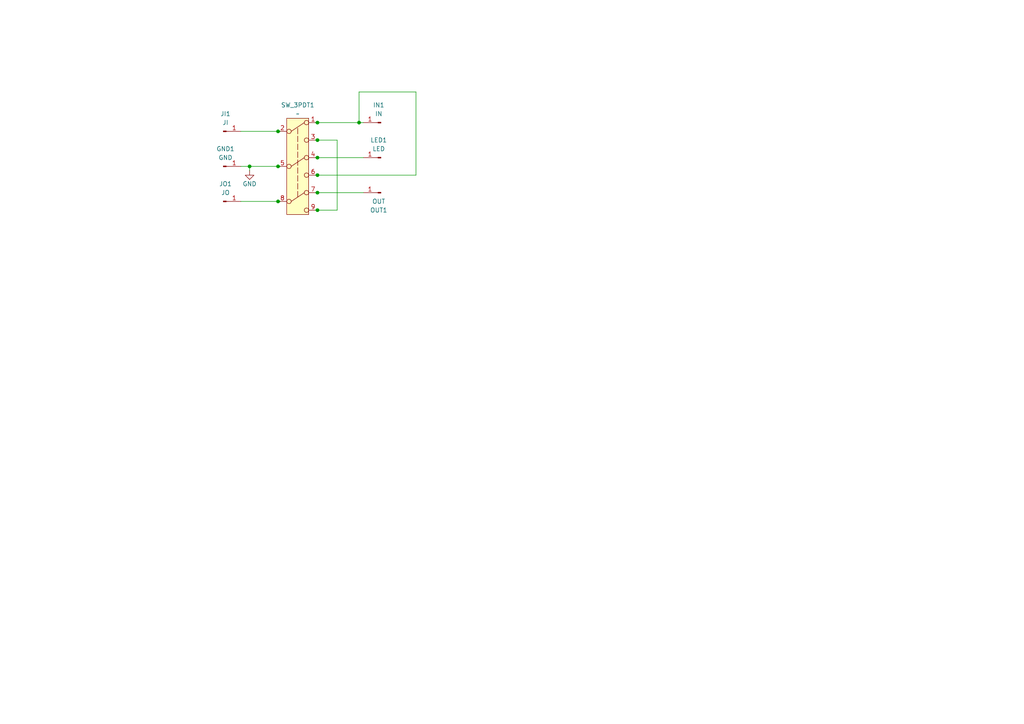
<source format=kicad_sch>
(kicad_sch
	(version 20250114)
	(generator "eeschema")
	(generator_version "9.0")
	(uuid "ec673cfa-c275-42aa-92bd-52f15d984d8a")
	(paper "A4")
	(lib_symbols
		(symbol "Connector:Conn_01x01_Pin"
			(pin_names
				(offset 1.016)
				(hide yes)
			)
			(exclude_from_sim no)
			(in_bom yes)
			(on_board yes)
			(property "Reference" "J"
				(at 0 2.54 0)
				(effects
					(font
						(size 1.27 1.27)
					)
				)
			)
			(property "Value" "Conn_01x01_Pin"
				(at 0 -2.54 0)
				(effects
					(font
						(size 1.27 1.27)
					)
				)
			)
			(property "Footprint" ""
				(at 0 0 0)
				(effects
					(font
						(size 1.27 1.27)
					)
					(hide yes)
				)
			)
			(property "Datasheet" "~"
				(at 0 0 0)
				(effects
					(font
						(size 1.27 1.27)
					)
					(hide yes)
				)
			)
			(property "Description" "Generic connector, single row, 01x01, script generated"
				(at 0 0 0)
				(effects
					(font
						(size 1.27 1.27)
					)
					(hide yes)
				)
			)
			(property "ki_locked" ""
				(at 0 0 0)
				(effects
					(font
						(size 1.27 1.27)
					)
				)
			)
			(property "ki_keywords" "connector"
				(at 0 0 0)
				(effects
					(font
						(size 1.27 1.27)
					)
					(hide yes)
				)
			)
			(property "ki_fp_filters" "Connector*:*_1x??_*"
				(at 0 0 0)
				(effects
					(font
						(size 1.27 1.27)
					)
					(hide yes)
				)
			)
			(symbol "Conn_01x01_Pin_1_1"
				(rectangle
					(start 0.8636 0.127)
					(end 0 -0.127)
					(stroke
						(width 0.1524)
						(type default)
					)
					(fill
						(type outline)
					)
				)
				(polyline
					(pts
						(xy 1.27 0) (xy 0.8636 0)
					)
					(stroke
						(width 0.1524)
						(type default)
					)
					(fill
						(type none)
					)
				)
				(pin passive line
					(at 5.08 0 180)
					(length 3.81)
					(name "Pin_1"
						(effects
							(font
								(size 1.27 1.27)
							)
						)
					)
					(number "1"
						(effects
							(font
								(size 1.27 1.27)
							)
						)
					)
				)
			)
			(embedded_fonts no)
		)
		(symbol "SparkFun-Switch:SW_3PDT"
			(exclude_from_sim no)
			(in_bom yes)
			(on_board yes)
			(property "Reference" "SW_3PDT"
				(at 0 17.272 0)
				(effects
					(font
						(size 1.27 1.27)
					)
				)
			)
			(property "Value" ""
				(at 1.905 7.62 0)
				(effects
					(font
						(size 1.27 1.27)
					)
				)
			)
			(property "Footprint" ""
				(at 1.905 7.62 0)
				(effects
					(font
						(size 1.27 1.27)
					)
					(hide yes)
				)
			)
			(property "Datasheet" ""
				(at 1.905 7.62 0)
				(effects
					(font
						(size 1.27 1.27)
					)
					(hide yes)
				)
			)
			(property "Description" ""
				(at 1.905 7.62 0)
				(effects
					(font
						(size 1.27 1.27)
					)
					(hide yes)
				)
			)
			(symbol "SW_3PDT_0_1"
				(circle
					(center -2.54 10.16)
					(radius 0.635)
					(stroke
						(width 0)
						(type default)
					)
					(fill
						(type none)
					)
				)
				(circle
					(center -2.54 0)
					(radius 0.635)
					(stroke
						(width 0)
						(type default)
					)
					(fill
						(type none)
					)
				)
				(circle
					(center -2.54 -10.16)
					(radius 0.635)
					(stroke
						(width 0)
						(type default)
					)
					(fill
						(type none)
					)
				)
				(polyline
					(pts
						(xy -1.905 10.16) (xy 1.905 12.7)
					)
					(stroke
						(width 0)
						(type default)
					)
					(fill
						(type none)
					)
				)
				(polyline
					(pts
						(xy -1.905 0) (xy 1.905 2.54)
					)
					(stroke
						(width 0)
						(type default)
					)
					(fill
						(type none)
					)
				)
				(polyline
					(pts
						(xy -1.905 -10.16) (xy 1.905 -7.62)
					)
					(stroke
						(width 0)
						(type default)
					)
					(fill
						(type none)
					)
				)
				(polyline
					(pts
						(xy 0 -8.89) (xy 0 11.43)
					)
					(stroke
						(width 0)
						(type dash)
					)
					(fill
						(type none)
					)
				)
				(circle
					(center 2.54 12.7)
					(radius 0.635)
					(stroke
						(width 0)
						(type default)
					)
					(fill
						(type none)
					)
				)
				(circle
					(center 2.54 7.62)
					(radius 0.635)
					(stroke
						(width 0)
						(type default)
					)
					(fill
						(type none)
					)
				)
				(circle
					(center 2.54 2.54)
					(radius 0.635)
					(stroke
						(width 0)
						(type default)
					)
					(fill
						(type none)
					)
				)
				(circle
					(center 2.54 -2.54)
					(radius 0.635)
					(stroke
						(width 0)
						(type default)
					)
					(fill
						(type none)
					)
				)
				(circle
					(center 2.54 -7.62)
					(radius 0.635)
					(stroke
						(width 0)
						(type default)
					)
					(fill
						(type none)
					)
				)
				(circle
					(center 2.54 -12.7)
					(radius 0.635)
					(stroke
						(width 0)
						(type default)
					)
					(fill
						(type none)
					)
				)
			)
			(symbol "SW_3PDT_1_1"
				(rectangle
					(start -3.175 13.97)
					(end 3.175 -13.97)
					(stroke
						(width 0)
						(type default)
					)
					(fill
						(type color)
						(color 255 255 194 1)
					)
				)
				(pin passive line
					(at -5.715 10.16 0)
					(length 2.54)
					(name ""
						(effects
							(font
								(size 1.27 1.27)
							)
						)
					)
					(number "2"
						(effects
							(font
								(size 1.27 1.27)
							)
						)
					)
				)
				(pin passive line
					(at -5.715 0 0)
					(length 2.54)
					(name ""
						(effects
							(font
								(size 1.27 1.27)
							)
						)
					)
					(number "5"
						(effects
							(font
								(size 1.27 1.27)
							)
						)
					)
				)
				(pin passive line
					(at -5.715 -10.16 0)
					(length 2.54)
					(name ""
						(effects
							(font
								(size 1.27 1.27)
							)
						)
					)
					(number "8"
						(effects
							(font
								(size 1.27 1.27)
							)
						)
					)
				)
				(pin passive line
					(at 5.715 12.7 180)
					(length 2.54)
					(name ""
						(effects
							(font
								(size 1.27 1.27)
							)
						)
					)
					(number "1"
						(effects
							(font
								(size 1.27 1.27)
							)
						)
					)
				)
				(pin passive line
					(at 5.715 7.62 180)
					(length 2.54)
					(name ""
						(effects
							(font
								(size 1.27 1.27)
							)
						)
					)
					(number "3"
						(effects
							(font
								(size 1.27 1.27)
							)
						)
					)
				)
				(pin passive line
					(at 5.715 2.54 180)
					(length 2.54)
					(name ""
						(effects
							(font
								(size 1.27 1.27)
							)
						)
					)
					(number "4"
						(effects
							(font
								(size 1.27 1.27)
							)
						)
					)
				)
				(pin passive line
					(at 5.715 -2.54 180)
					(length 2.54)
					(name ""
						(effects
							(font
								(size 1.27 1.27)
							)
						)
					)
					(number "6"
						(effects
							(font
								(size 1.27 1.27)
							)
						)
					)
				)
				(pin passive line
					(at 5.715 -7.62 180)
					(length 2.54)
					(name ""
						(effects
							(font
								(size 1.27 1.27)
							)
						)
					)
					(number "7"
						(effects
							(font
								(size 1.27 1.27)
							)
						)
					)
				)
				(pin passive line
					(at 5.715 -12.7 180)
					(length 2.54)
					(name ""
						(effects
							(font
								(size 1.27 1.27)
							)
						)
					)
					(number "9"
						(effects
							(font
								(size 1.27 1.27)
							)
						)
					)
				)
			)
			(embedded_fonts no)
		)
		(symbol "power:GND"
			(power)
			(pin_numbers
				(hide yes)
			)
			(pin_names
				(offset 0)
				(hide yes)
			)
			(exclude_from_sim no)
			(in_bom yes)
			(on_board yes)
			(property "Reference" "#PWR"
				(at 0 -6.35 0)
				(effects
					(font
						(size 1.27 1.27)
					)
					(hide yes)
				)
			)
			(property "Value" "GND"
				(at 0 -3.81 0)
				(effects
					(font
						(size 1.27 1.27)
					)
				)
			)
			(property "Footprint" ""
				(at 0 0 0)
				(effects
					(font
						(size 1.27 1.27)
					)
					(hide yes)
				)
			)
			(property "Datasheet" ""
				(at 0 0 0)
				(effects
					(font
						(size 1.27 1.27)
					)
					(hide yes)
				)
			)
			(property "Description" "Power symbol creates a global label with name \"GND\" , ground"
				(at 0 0 0)
				(effects
					(font
						(size 1.27 1.27)
					)
					(hide yes)
				)
			)
			(property "ki_keywords" "global power"
				(at 0 0 0)
				(effects
					(font
						(size 1.27 1.27)
					)
					(hide yes)
				)
			)
			(symbol "GND_0_1"
				(polyline
					(pts
						(xy 0 0) (xy 0 -1.27) (xy 1.27 -1.27) (xy 0 -2.54) (xy -1.27 -1.27) (xy 0 -1.27)
					)
					(stroke
						(width 0)
						(type default)
					)
					(fill
						(type none)
					)
				)
			)
			(symbol "GND_1_1"
				(pin power_in line
					(at 0 0 270)
					(length 0)
					(name "~"
						(effects
							(font
								(size 1.27 1.27)
							)
						)
					)
					(number "1"
						(effects
							(font
								(size 1.27 1.27)
							)
						)
					)
				)
			)
			(embedded_fonts no)
		)
	)
	(junction
		(at 92.075 60.96)
		(diameter 0)
		(color 0 0 0 0)
		(uuid "00f4c777-7e8c-4f9d-94d7-2612a425c8a8")
	)
	(junction
		(at 92.075 50.8)
		(diameter 0)
		(color 0 0 0 0)
		(uuid "03c36bc8-5c64-476c-80c4-35b49ea2c379")
	)
	(junction
		(at 80.645 58.42)
		(diameter 0)
		(color 0 0 0 0)
		(uuid "0605f615-22c2-48b8-b481-837c63de3278")
	)
	(junction
		(at 80.645 48.26)
		(diameter 0)
		(color 0 0 0 0)
		(uuid "0b04a1c0-05f8-489d-bada-2204d5062804")
	)
	(junction
		(at 104.14 35.56)
		(diameter 0)
		(color 0 0 0 0)
		(uuid "0f7c7380-328d-4d77-87e3-a858e6ee4012")
	)
	(junction
		(at 92.075 35.56)
		(diameter 0)
		(color 0 0 0 0)
		(uuid "1b872f92-7383-47f9-a8d7-b970e45a730a")
	)
	(junction
		(at 80.645 38.1)
		(diameter 0)
		(color 0 0 0 0)
		(uuid "6daa1a21-6324-4b7b-8d9f-59b26917d7c8")
	)
	(junction
		(at 92.075 45.72)
		(diameter 0)
		(color 0 0 0 0)
		(uuid "72e16ccb-37bb-4c70-9e0c-273267b2c69d")
	)
	(junction
		(at 72.39 48.26)
		(diameter 0)
		(color 0 0 0 0)
		(uuid "831889b7-c07f-4075-920f-d55f94710877")
	)
	(junction
		(at 92.075 55.88)
		(diameter 0)
		(color 0 0 0 0)
		(uuid "97de419f-1f61-48ed-95ec-d1d5f0e9194f")
	)
	(junction
		(at 92.075 40.64)
		(diameter 0)
		(color 0 0 0 0)
		(uuid "b837d527-ffba-4882-a8f6-e1cac6d78215")
	)
	(wire
		(pts
			(xy 92.075 55.88) (xy 105.41 55.88)
		)
		(stroke
			(width 0)
			(type default)
		)
		(uuid "0c9c2443-863d-443b-823d-aaf43c6560cb")
	)
	(wire
		(pts
			(xy 72.39 48.26) (xy 72.39 49.53)
		)
		(stroke
			(width 0)
			(type default)
		)
		(uuid "12f9f991-7b3c-4684-8932-9befe7e7a00f")
	)
	(wire
		(pts
			(xy 91.44 45.72) (xy 92.075 45.72)
		)
		(stroke
			(width 0)
			(type default)
		)
		(uuid "198b83c4-3266-4797-99a7-d3b9cec31162")
	)
	(wire
		(pts
			(xy 91.44 55.88) (xy 92.075 55.88)
		)
		(stroke
			(width 0)
			(type default)
		)
		(uuid "1e6fedbe-3335-4876-a9f2-bba263d651c4")
	)
	(wire
		(pts
			(xy 120.65 26.67) (xy 104.14 26.67)
		)
		(stroke
			(width 0)
			(type default)
		)
		(uuid "23767ad8-ebb2-4cf1-b886-e6305dfb0e02")
	)
	(wire
		(pts
			(xy 69.85 38.1) (xy 80.645 38.1)
		)
		(stroke
			(width 0)
			(type default)
		)
		(uuid "257f39e2-6482-4569-9ddf-045893aba005")
	)
	(wire
		(pts
			(xy 92.075 50.8) (xy 120.65 50.8)
		)
		(stroke
			(width 0)
			(type default)
		)
		(uuid "2aaaba07-e2ea-4040-a707-df51c39186a3")
	)
	(wire
		(pts
			(xy 92.075 60.96) (xy 97.79 60.96)
		)
		(stroke
			(width 0)
			(type default)
		)
		(uuid "47b13f5a-81f7-43c4-8a3c-7d69ea6155fb")
	)
	(wire
		(pts
			(xy 91.44 50.8) (xy 92.075 50.8)
		)
		(stroke
			(width 0)
			(type default)
		)
		(uuid "64390b33-1f95-4476-ba3b-bd2bdb8e7026")
	)
	(wire
		(pts
			(xy 104.14 35.56) (xy 105.41 35.56)
		)
		(stroke
			(width 0)
			(type default)
		)
		(uuid "66105dc4-7d26-4563-8d5f-bff5146f05de")
	)
	(wire
		(pts
			(xy 80.645 38.1) (xy 81.28 38.1)
		)
		(stroke
			(width 0)
			(type default)
		)
		(uuid "6bab0446-8717-436d-b169-c87771b4c1e5")
	)
	(wire
		(pts
			(xy 80.645 58.42) (xy 81.28 58.42)
		)
		(stroke
			(width 0)
			(type default)
		)
		(uuid "6c589b8d-7118-4558-8167-ce88b22261f1")
	)
	(wire
		(pts
			(xy 92.075 45.72) (xy 105.41 45.72)
		)
		(stroke
			(width 0)
			(type default)
		)
		(uuid "7b9bc1be-5cb0-4366-b25f-950b78d5bbf1")
	)
	(wire
		(pts
			(xy 104.14 26.67) (xy 104.14 35.56)
		)
		(stroke
			(width 0)
			(type default)
		)
		(uuid "7d683329-0139-4130-9b0c-cc3bf14fee48")
	)
	(wire
		(pts
			(xy 72.39 48.26) (xy 80.645 48.26)
		)
		(stroke
			(width 0)
			(type default)
		)
		(uuid "8e044903-6730-42f3-9578-71881b575ac7")
	)
	(wire
		(pts
			(xy 80.645 48.26) (xy 81.28 48.26)
		)
		(stroke
			(width 0)
			(type default)
		)
		(uuid "92076d7c-89fa-4af2-9e67-d593475c7691")
	)
	(wire
		(pts
			(xy 91.44 35.56) (xy 92.075 35.56)
		)
		(stroke
			(width 0)
			(type default)
		)
		(uuid "9ec25ad2-389b-4212-b45a-0e259ad5f3d3")
	)
	(wire
		(pts
			(xy 92.075 40.64) (xy 97.79 40.64)
		)
		(stroke
			(width 0)
			(type default)
		)
		(uuid "ae19d71f-3f68-4177-ac88-522799ed681f")
	)
	(wire
		(pts
			(xy 69.85 58.42) (xy 80.645 58.42)
		)
		(stroke
			(width 0)
			(type default)
		)
		(uuid "ba0e6c31-af47-4606-a851-2b621dcddebe")
	)
	(wire
		(pts
			(xy 69.85 48.26) (xy 72.39 48.26)
		)
		(stroke
			(width 0)
			(type default)
		)
		(uuid "bd57d180-a525-4234-93ee-56312108c39d")
	)
	(wire
		(pts
			(xy 91.44 40.64) (xy 92.075 40.64)
		)
		(stroke
			(width 0)
			(type default)
		)
		(uuid "c2210757-9aba-454d-ade8-cc3b8fa1bf6d")
	)
	(wire
		(pts
			(xy 97.79 40.64) (xy 97.79 60.96)
		)
		(stroke
			(width 0)
			(type default)
		)
		(uuid "c82f9d44-ca47-4033-85e9-1206dc9884b1")
	)
	(wire
		(pts
			(xy 120.65 50.8) (xy 120.65 26.67)
		)
		(stroke
			(width 0)
			(type default)
		)
		(uuid "dd659de9-8151-4d60-b3b2-3a4544682b02")
	)
	(wire
		(pts
			(xy 91.44 60.96) (xy 92.075 60.96)
		)
		(stroke
			(width 0)
			(type default)
		)
		(uuid "e3046f0a-a428-4af5-9489-b17524ee2f58")
	)
	(wire
		(pts
			(xy 92.075 35.56) (xy 104.14 35.56)
		)
		(stroke
			(width 0)
			(type default)
		)
		(uuid "efc7cf27-35d5-4dab-9958-e943ae781397")
	)
	(symbol
		(lib_id "power:GND")
		(at 72.39 49.53 0)
		(unit 1)
		(exclude_from_sim no)
		(in_bom yes)
		(on_board yes)
		(dnp no)
		(uuid "18cc1cec-0ebf-452c-8e62-f7e4ab2ad76f")
		(property "Reference" "#PWR01"
			(at 72.39 55.88 0)
			(effects
				(font
					(size 1.27 1.27)
				)
				(hide yes)
			)
		)
		(property "Value" "GND"
			(at 72.39 53.34 0)
			(effects
				(font
					(size 1.27 1.27)
				)
			)
		)
		(property "Footprint" ""
			(at 72.39 49.53 0)
			(effects
				(font
					(size 1.27 1.27)
				)
				(hide yes)
			)
		)
		(property "Datasheet" ""
			(at 72.39 49.53 0)
			(effects
				(font
					(size 1.27 1.27)
				)
				(hide yes)
			)
		)
		(property "Description" "Power symbol creates a global label with name \"GND\" , ground"
			(at 72.39 49.53 0)
			(effects
				(font
					(size 1.27 1.27)
				)
				(hide yes)
			)
		)
		(pin "1"
			(uuid "5096fbb6-fcb2-4adc-b768-a8bc09f3b045")
		)
		(instances
			(project "3pdt board"
				(path "/ec673cfa-c275-42aa-92bd-52f15d984d8a"
					(reference "#PWR01")
					(unit 1)
				)
			)
		)
	)
	(symbol
		(lib_id "Connector:Conn_01x01_Pin")
		(at 110.49 45.72 0)
		(mirror y)
		(unit 1)
		(exclude_from_sim no)
		(in_bom yes)
		(on_board yes)
		(dnp no)
		(uuid "3c4f2f55-aa1d-486c-8af5-0bef75edea50")
		(property "Reference" "LED1"
			(at 109.855 40.64 0)
			(effects
				(font
					(size 1.27 1.27)
				)
			)
		)
		(property "Value" "LED"
			(at 109.855 43.18 0)
			(effects
				(font
					(size 1.27 1.27)
				)
			)
		)
		(property "Footprint" "_MB_supply_pins:PAD1"
			(at 110.49 45.72 0)
			(effects
				(font
					(size 1.27 1.27)
				)
				(hide yes)
			)
		)
		(property "Datasheet" "~"
			(at 110.49 45.72 0)
			(effects
				(font
					(size 1.27 1.27)
				)
				(hide yes)
			)
		)
		(property "Description" "Generic connector, single row, 01x01, script generated"
			(at 110.49 45.72 0)
			(effects
				(font
					(size 1.27 1.27)
				)
				(hide yes)
			)
		)
		(pin "1"
			(uuid "d691c249-8f59-4cbd-9215-59178150689f")
		)
		(instances
			(project "3pdt board"
				(path "/ec673cfa-c275-42aa-92bd-52f15d984d8a"
					(reference "LED1")
					(unit 1)
				)
			)
		)
	)
	(symbol
		(lib_id "Connector:Conn_01x01_Pin")
		(at 64.77 38.1 0)
		(unit 1)
		(exclude_from_sim no)
		(in_bom yes)
		(on_board yes)
		(dnp no)
		(fields_autoplaced yes)
		(uuid "3fd0f1b4-4bbf-4c30-a953-f9b402bba7ab")
		(property "Reference" "JI1"
			(at 65.405 33.02 0)
			(effects
				(font
					(size 1.27 1.27)
				)
			)
		)
		(property "Value" "JI"
			(at 65.405 35.56 0)
			(effects
				(font
					(size 1.27 1.27)
				)
			)
		)
		(property "Footprint" "_MB_supply_pins:PAD1"
			(at 64.77 38.1 0)
			(effects
				(font
					(size 1.27 1.27)
				)
				(hide yes)
			)
		)
		(property "Datasheet" "~"
			(at 64.77 38.1 0)
			(effects
				(font
					(size 1.27 1.27)
				)
				(hide yes)
			)
		)
		(property "Description" "Generic connector, single row, 01x01, script generated"
			(at 64.77 38.1 0)
			(effects
				(font
					(size 1.27 1.27)
				)
				(hide yes)
			)
		)
		(pin "1"
			(uuid "fd3a839a-4880-4d16-9d32-edb68c4cfb41")
		)
		(instances
			(project "3pdt board"
				(path "/ec673cfa-c275-42aa-92bd-52f15d984d8a"
					(reference "JI1")
					(unit 1)
				)
			)
		)
	)
	(symbol
		(lib_id "SparkFun-Switch:SW_3PDT")
		(at 86.36 48.26 0)
		(unit 1)
		(exclude_from_sim no)
		(in_bom yes)
		(on_board yes)
		(dnp no)
		(fields_autoplaced yes)
		(uuid "4302f4cc-2d93-4973-a56b-2b72c6d77f04")
		(property "Reference" "SW_3PDT1"
			(at 86.36 30.48 0)
			(effects
				(font
					(size 1.27 1.27)
				)
			)
		)
		(property "Value" "~"
			(at 86.36 33.02 0)
			(effects
				(font
					(size 1.27 1.27)
				)
			)
		)
		(property "Footprint" "_MB_switches:3PDT.LUGS.KR.NO_CIRCLE"
			(at 88.265 40.64 0)
			(effects
				(font
					(size 1.27 1.27)
				)
				(hide yes)
			)
		)
		(property "Datasheet" ""
			(at 88.265 40.64 0)
			(effects
				(font
					(size 1.27 1.27)
				)
				(hide yes)
			)
		)
		(property "Description" ""
			(at 88.265 40.64 0)
			(effects
				(font
					(size 1.27 1.27)
				)
				(hide yes)
			)
		)
		(pin "6"
			(uuid "35f30bcd-c30f-47ef-9bb7-a66e1956c6a1")
		)
		(pin "9"
			(uuid "deb49302-e021-4e05-8565-6579b2653559")
		)
		(pin "3"
			(uuid "d8b72063-b84b-45fe-b397-548ca2824168")
		)
		(pin "1"
			(uuid "e68bcfe1-860c-46ca-97a9-29fff37170c9")
		)
		(pin "2"
			(uuid "9e290737-5a85-48ed-b475-2950476f8a64")
		)
		(pin "4"
			(uuid "38c73bbf-32a9-485a-a9f8-47bb3a35b728")
		)
		(pin "8"
			(uuid "02e0fd19-638e-4eb6-ab99-3bd16005ae74")
		)
		(pin "7"
			(uuid "ff879815-c7ed-4bc5-92e9-c29f628a99cf")
		)
		(pin "5"
			(uuid "df02373d-f9bf-45fe-aa49-0e68197e5807")
		)
		(instances
			(project "3pdt board"
				(path "/ec673cfa-c275-42aa-92bd-52f15d984d8a"
					(reference "SW_3PDT1")
					(unit 1)
				)
			)
		)
	)
	(symbol
		(lib_id "Connector:Conn_01x01_Pin")
		(at 64.77 58.42 0)
		(unit 1)
		(exclude_from_sim no)
		(in_bom yes)
		(on_board yes)
		(dnp no)
		(fields_autoplaced yes)
		(uuid "65a489d1-135a-4e98-b3a0-356b78b2c141")
		(property "Reference" "JO1"
			(at 65.405 53.34 0)
			(effects
				(font
					(size 1.27 1.27)
				)
			)
		)
		(property "Value" "JO"
			(at 65.405 55.88 0)
			(effects
				(font
					(size 1.27 1.27)
				)
			)
		)
		(property "Footprint" "_MB_supply_pins:PAD1"
			(at 64.77 58.42 0)
			(effects
				(font
					(size 1.27 1.27)
				)
				(hide yes)
			)
		)
		(property "Datasheet" "~"
			(at 64.77 58.42 0)
			(effects
				(font
					(size 1.27 1.27)
				)
				(hide yes)
			)
		)
		(property "Description" "Generic connector, single row, 01x01, script generated"
			(at 64.77 58.42 0)
			(effects
				(font
					(size 1.27 1.27)
				)
				(hide yes)
			)
		)
		(pin "1"
			(uuid "b685464c-cc16-4be0-9b6e-5b7674f4e340")
		)
		(instances
			(project "3pdt board"
				(path "/ec673cfa-c275-42aa-92bd-52f15d984d8a"
					(reference "JO1")
					(unit 1)
				)
			)
		)
	)
	(symbol
		(lib_id "Connector:Conn_01x01_Pin")
		(at 110.49 55.88 180)
		(unit 1)
		(exclude_from_sim no)
		(in_bom yes)
		(on_board yes)
		(dnp no)
		(uuid "79880119-c89c-4556-9caf-5453a6a65fde")
		(property "Reference" "OUT1"
			(at 109.855 60.96 0)
			(effects
				(font
					(size 1.27 1.27)
				)
			)
		)
		(property "Value" "OUT"
			(at 109.855 58.42 0)
			(effects
				(font
					(size 1.27 1.27)
				)
			)
		)
		(property "Footprint" "_MB_supply_pins:PAD1"
			(at 110.49 55.88 0)
			(effects
				(font
					(size 1.27 1.27)
				)
				(hide yes)
			)
		)
		(property "Datasheet" "~"
			(at 110.49 55.88 0)
			(effects
				(font
					(size 1.27 1.27)
				)
				(hide yes)
			)
		)
		(property "Description" "Generic connector, single row, 01x01, script generated"
			(at 110.49 55.88 0)
			(effects
				(font
					(size 1.27 1.27)
				)
				(hide yes)
			)
		)
		(pin "1"
			(uuid "2b82fc17-95b0-46db-8b28-9d41e05cbfb4")
		)
		(instances
			(project "3pdt board"
				(path "/ec673cfa-c275-42aa-92bd-52f15d984d8a"
					(reference "OUT1")
					(unit 1)
				)
			)
		)
	)
	(symbol
		(lib_id "Connector:Conn_01x01_Pin")
		(at 110.49 35.56 0)
		(mirror y)
		(unit 1)
		(exclude_from_sim no)
		(in_bom yes)
		(on_board yes)
		(dnp no)
		(uuid "ccf7cdae-2d01-4960-9227-030ea4ee96c7")
		(property "Reference" "IN1"
			(at 109.855 30.48 0)
			(effects
				(font
					(size 1.27 1.27)
				)
			)
		)
		(property "Value" "IN"
			(at 109.855 33.02 0)
			(effects
				(font
					(size 1.27 1.27)
				)
			)
		)
		(property "Footprint" "_MB_supply_pins:PAD1"
			(at 110.49 35.56 0)
			(effects
				(font
					(size 1.27 1.27)
				)
				(hide yes)
			)
		)
		(property "Datasheet" "~"
			(at 110.49 35.56 0)
			(effects
				(font
					(size 1.27 1.27)
				)
				(hide yes)
			)
		)
		(property "Description" "Generic connector, single row, 01x01, script generated"
			(at 110.49 35.56 0)
			(effects
				(font
					(size 1.27 1.27)
				)
				(hide yes)
			)
		)
		(pin "1"
			(uuid "4cb3bf49-a861-4548-bfe0-257bb140553c")
		)
		(instances
			(project "3pdt board"
				(path "/ec673cfa-c275-42aa-92bd-52f15d984d8a"
					(reference "IN1")
					(unit 1)
				)
			)
		)
	)
	(symbol
		(lib_id "Connector:Conn_01x01_Pin")
		(at 64.77 48.26 0)
		(unit 1)
		(exclude_from_sim no)
		(in_bom yes)
		(on_board yes)
		(dnp no)
		(fields_autoplaced yes)
		(uuid "fe64d2e7-a1ed-4bdf-b747-7d0c3775bbc8")
		(property "Reference" "GND1"
			(at 65.405 43.18 0)
			(effects
				(font
					(size 1.27 1.27)
				)
			)
		)
		(property "Value" "GND"
			(at 65.405 45.72 0)
			(effects
				(font
					(size 1.27 1.27)
				)
			)
		)
		(property "Footprint" "_MB_supply_pins:PAD1"
			(at 64.77 48.26 0)
			(effects
				(font
					(size 1.27 1.27)
				)
				(hide yes)
			)
		)
		(property "Datasheet" "~"
			(at 64.77 48.26 0)
			(effects
				(font
					(size 1.27 1.27)
				)
				(hide yes)
			)
		)
		(property "Description" "Generic connector, single row, 01x01, script generated"
			(at 64.77 48.26 0)
			(effects
				(font
					(size 1.27 1.27)
				)
				(hide yes)
			)
		)
		(pin "1"
			(uuid "20bbfe76-f427-4079-8d84-6e3584c9e9b7")
		)
		(instances
			(project "3pdt board"
				(path "/ec673cfa-c275-42aa-92bd-52f15d984d8a"
					(reference "GND1")
					(unit 1)
				)
			)
		)
	)
	(sheet_instances
		(path "/"
			(page "1")
		)
	)
	(embedded_fonts no)
)

</source>
